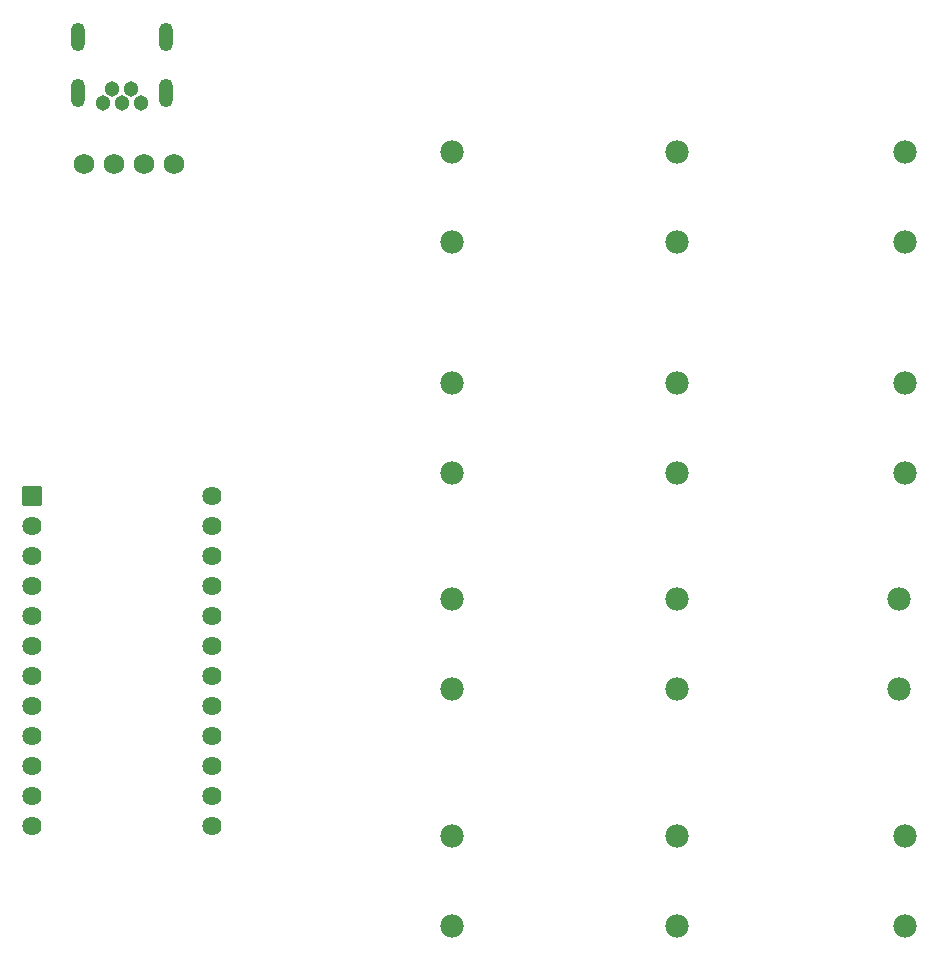
<source format=gts>
G04 Layer: TopSolderMaskLayer*
G04 EasyEDA v6.5.14, 2022-08-21 10:02:06*
G04 f0c9403b1c134f068d22612342c05ff7,da7caadd334e45d081e68ba313aefb3e,10*
G04 Gerber Generator version 0.2*
G04 Scale: 100 percent, Rotated: No, Reflected: No *
G04 Dimensions in millimeters *
G04 leading zeros omitted , absolute positions ,4 integer and 5 decimal *
%FSLAX45Y45*%
%MOMM*%

%AMMACRO1*1,1,$1,$2,$3*1,1,$1,$4,$5*1,1,$1,0-$2,0-$3*1,1,$1,0-$4,0-$5*20,1,$1,$2,$3,$4,$5,0*20,1,$1,$4,$5,0-$2,0-$3,0*20,1,$1,0-$2,0-$3,0-$4,0-$5,0*20,1,$1,0-$4,0-$5,$2,$3,0*4,1,4,$2,$3,$4,$5,0-$2,0-$3,0-$4,0-$5,$2,$3,0*%
%ADD10C,1.7272*%
%ADD11C,1.9812*%
%ADD12O,1.1999976X2.3999952*%
%ADD13C,1.3016*%
%ADD14MACRO1,0.1016X-0.762X0.762X0.762X0.762*%
%ADD15C,1.6256*%

%LPD*%
D10*
G01*
X3175000Y2768600D03*
G01*
X3429000Y2768600D03*
G01*
X3937000Y2768600D03*
G01*
X3683000Y2768600D03*
D11*
G01*
X6286500Y2870200D03*
G01*
X6286500Y2108200D03*
G01*
X8191502Y2870200D03*
G01*
X8191502Y2108200D03*
G01*
X10121902Y2870200D03*
G01*
X10121902Y2108200D03*
G01*
X10121900Y914397D03*
G01*
X10121900Y152397D03*
G01*
X8191500Y914397D03*
G01*
X8191500Y152397D03*
G01*
X6286500Y914400D03*
G01*
X6286500Y152400D03*
G01*
X6286500Y-2921000D03*
G01*
X6286500Y-3683000D03*
G01*
X8191500Y-2921002D03*
G01*
X8191500Y-3683002D03*
G01*
X10121900Y-2921002D03*
G01*
X10121900Y-3683002D03*
G01*
X10074653Y-914400D03*
G01*
X10074653Y-1676400D03*
G01*
X8191500Y-914400D03*
G01*
X8191500Y-1676400D03*
G01*
X6286500Y-914400D03*
G01*
X6286500Y-1676400D03*
D12*
G01*
X3864483Y3851275D03*
G01*
X3864483Y3376269D03*
G01*
X3120516Y3376269D03*
D13*
G01*
X3330524Y3286099D03*
G01*
X3490518Y3286099D03*
G01*
X3410534Y3406470D03*
G01*
X3570528Y3406470D03*
G01*
X3650513Y3286099D03*
D12*
G01*
X3120516Y3851275D03*
D14*
G01*
X2730502Y-38102D03*
D15*
G01*
X2730500Y-292100D03*
G01*
X2730500Y-546100D03*
G01*
X2730500Y-800100D03*
G01*
X2730500Y-1054100D03*
G01*
X2730500Y-1308100D03*
G01*
X2730500Y-1562100D03*
G01*
X2730500Y-1816100D03*
G01*
X2730500Y-2070100D03*
G01*
X2730500Y-2324100D03*
G01*
X2730500Y-2578100D03*
G01*
X2730500Y-2832100D03*
G01*
X4254500Y-2832100D03*
G01*
X4254500Y-2578100D03*
G01*
X4254500Y-2324100D03*
G01*
X4254500Y-2070100D03*
G01*
X4254500Y-1816100D03*
G01*
X4254500Y-1562100D03*
G01*
X4254500Y-1308100D03*
G01*
X4254500Y-1054100D03*
G01*
X4254500Y-800100D03*
G01*
X4254500Y-546100D03*
G01*
X4254500Y-292100D03*
G01*
X4254500Y-38100D03*
M02*

</source>
